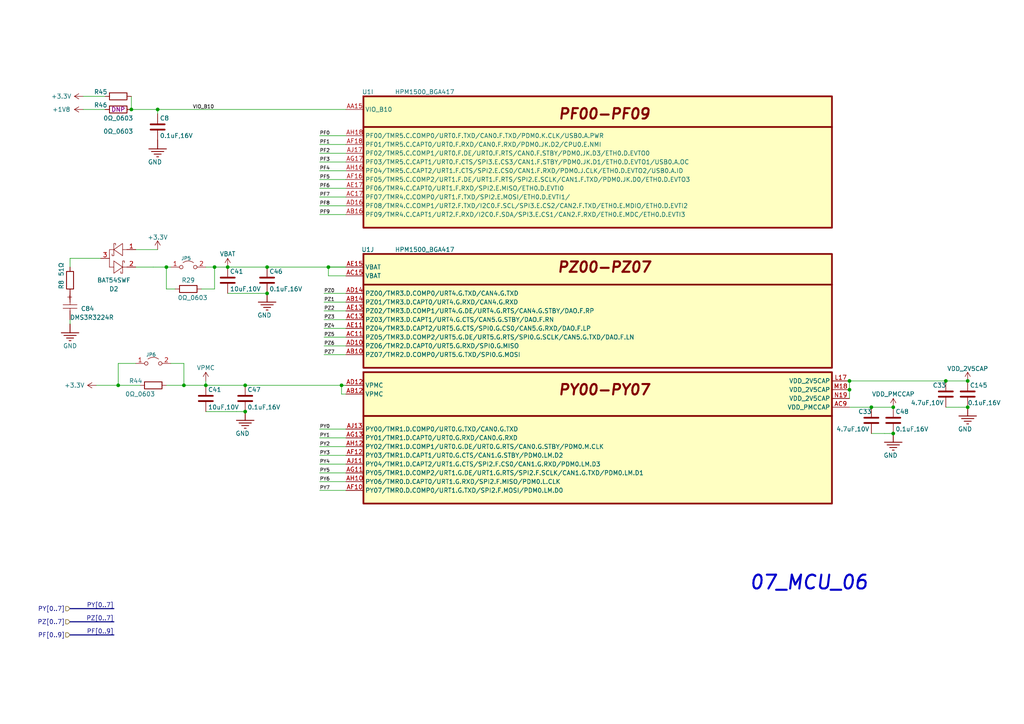
<source format=kicad_sch>
(kicad_sch (version 20230121) (generator eeschema)
  (paper "A4")
  (junction (at 246.38 113.03))
  (junction (at 53.34 111.76))
  (junction (at 99.06 111.76))
  (junction (at 62.23 77.47))
  (junction (at 259.08 118.11))
  (junction (at 71.12 119.38))
  (junction (at 45.72 31.75))
  (junction (at 34.29 111.76))
  (junction (at 280.67 118.11))
  (junction (at 66.04 77.47))
  (junction (at 259.08 125.73))
  (junction (at 77.47 77.47))
  (junction (at 48.26 77.47))
  (junction (at 252.73 118.11))
  (junction (at 59.69 111.76))
  (junction (at 71.12 111.76))
  (junction (at 246.38 110.49))
  (junction (at 38.1 31.75))
  (junction (at 95.25 77.47))
  (junction (at 274.32 110.49))
  (junction (at 280.67 110.49))
  (junction (at 77.47 85.09))
  (wire (pts (xy 45.72 31.75) (xy 45.72 33.02)))
  (wire (pts (xy 93.98 87.63) (xy 100.33 87.63)))
  (wire (pts (xy 92.71 57.15) (xy 100.33 57.15)) (stroke (width 0.15)))
  (wire (pts (xy 252.73 118.11) (xy 259.08 118.11)) (stroke (width 0.15)))
  (wire (pts (xy 92.71 134.62) (xy 100.33 134.62)))
  (bus (pts (xy 20.32 180.34) (xy 33.02 180.34)))
  (wire (pts (xy 34.29 111.76) (xy 40.64 111.76)) (stroke (width 0.15)))
  (wire (pts (xy 93.98 85.09) (xy 100.33 85.09)))
  (wire (pts (xy 53.34 105.41) (xy 53.34 111.76)) (stroke (width 0.15)))
  (wire (pts (xy 24.13 27.94) (xy 30.48 27.94)) (stroke (width 0.15)))
  (bus (pts (xy 20.32 176.53) (xy 33.02 176.53)))
  (wire (pts (xy 62.23 77.47) (xy 66.04 77.47)) (stroke (width 0.15)))
  (wire (pts (xy 95.25 77.47) (xy 95.25 80.01)) (stroke (width 0.15)))
  (wire (pts (xy 39.37 105.41) (xy 34.29 105.41)) (stroke (width 0.15)))
  (wire (pts (xy 99.06 111.76) (xy 100.33 111.76)) (stroke (width 0.15)))
  (wire (pts (xy 48.26 77.47) (xy 48.26 83.82)))
  (wire (pts (xy 20.32 74.93) (xy 29.21 74.93)))
  (wire (pts (xy 39.37 77.47) (xy 44.45 77.47)))
  (wire (pts (xy 92.71 46.99) (xy 100.33 46.99)) (stroke (width 0.15)))
  (wire (pts (xy 274.32 110.49) (xy 280.67 110.49)) (stroke (width 0.15)))
  (wire (pts (xy 92.71 39.37) (xy 100.33 39.37)))
  (wire (pts (xy 71.12 119.38) (xy 68.58 119.38)))
  (wire (pts (xy 20.32 92.71) (xy 20.32 93.98)) (stroke (width 0.15)))
  (wire (pts (xy 99.06 114.3) (xy 100.33 114.3)) (stroke (width 0.15)))
  (wire (pts (xy 92.71 129.54) (xy 100.33 129.54)) (stroke (width 0.15)))
  (wire (pts (xy 59.69 110.49) (xy 59.69 111.76)) (stroke (width 0.15)))
  (wire (pts (xy 92.71 142.24) (xy 100.33 142.24)) (stroke (width 0.15)))
  (wire (pts (xy 49.53 105.41) (xy 53.34 105.41)) (stroke (width 0.15)))
  (wire (pts (xy 246.38 118.11) (xy 252.73 118.11)) (stroke (width 0.15)))
  (wire (pts (xy 280.67 118.11) (xy 278.13 118.11)))
  (wire (pts (xy 95.25 77.47) (xy 100.33 77.47)) (stroke (width 0.15)))
  (wire (pts (xy 93.98 95.25) (xy 100.33 95.25)))
  (wire (pts (xy 246.38 110.49) (xy 246.38 113.03)) (stroke (width 0.15)))
  (wire (pts (xy 92.71 62.23) (xy 100.33 62.23)))
  (wire (pts (xy 77.47 85.09) (xy 74.93 85.09)))
  (wire (pts (xy 34.29 105.41) (xy 34.29 111.76)) (stroke (width 0.15)))
  (bus (pts (xy 20.32 184.15) (xy 33.02 184.15)))
  (wire (pts (xy 92.71 41.91) (xy 100.33 41.91)))
  (wire (pts (xy 93.98 102.87) (xy 100.33 102.87)) (stroke (width 0.15)))
  (wire (pts (xy 59.69 119.38) (xy 68.58 119.38)) (stroke (width 0.15)))
  (wire (pts (xy 92.71 49.53) (xy 100.33 49.53)))
  (wire (pts (xy 92.71 54.61) (xy 100.33 54.61)) (stroke (width 0.15)))
  (wire (pts (xy 66.04 77.47) (xy 77.47 77.47)))
  (wire (pts (xy 62.23 83.82) (xy 58.42 83.82)))
  (wire (pts (xy 62.23 77.47) (xy 62.23 83.82)))
  (wire (pts (xy 95.25 77.47) (xy 100.33 77.47)))
  (wire (pts (xy 92.71 44.45) (xy 100.33 44.45)) (stroke (width 0.15)))
  (wire (pts (xy 93.98 90.17) (xy 100.33 90.17)) (stroke (width 0.15)))
  (wire (pts (xy 246.38 110.49) (xy 274.32 110.49)) (stroke (width 0.15)))
  (wire (pts (xy 38.1 31.75) (xy 45.72 31.75)) (stroke (width 0.15)))
  (wire (pts (xy 24.13 31.75) (xy 30.48 31.75)) (stroke (width 0.15)))
  (wire (pts (xy 95.25 80.01) (xy 100.33 80.01)) (stroke (width 0.15)))
  (wire (pts (xy 99.06 111.76) (xy 100.33 111.76)))
  (wire (pts (xy 92.71 59.69) (xy 100.33 59.69)))
  (wire (pts (xy 53.34 111.76) (xy 59.69 111.76)) (stroke (width 0.15)))
  (wire (pts (xy 44.45 77.47) (xy 48.26 77.47)) (stroke (width 0.15)))
  (wire (pts (xy 93.98 100.33) (xy 100.33 100.33)) (stroke (width 0.15)))
  (wire (pts (xy 48.26 83.82) (xy 50.8 83.82)))
  (wire (pts (xy 92.71 124.46) (xy 100.33 124.46)))
  (wire (pts (xy 38.1 27.94) (xy 38.1 31.75)) (stroke (width 0.15)))
  (wire (pts (xy 99.06 111.76) (xy 99.06 114.3)) (stroke (width 0.15)))
  (wire (pts (xy 92.71 132.08) (xy 100.33 132.08)) (stroke (width 0.15)))
  (wire (pts (xy 20.32 74.93) (xy 20.32 77.47)))
  (wire (pts (xy 66.04 85.09) (xy 74.93 85.09)) (stroke (width 0.15)))
  (wire (pts (xy 92.71 139.7) (xy 100.33 139.7)) (stroke (width 0.15)))
  (wire (pts (xy 48.26 111.76) (xy 53.34 111.76)) (stroke (width 0.15)))
  (wire (pts (xy 27.94 111.76) (xy 34.29 111.76)) (stroke (width 0.15)))
  (wire (pts (xy 45.72 31.75) (xy 100.33 31.75)) (stroke (width 0.15)))
  (wire (pts (xy 39.37 72.39) (xy 45.72 72.39)))
  (wire (pts (xy 246.38 113.03) (xy 246.38 115.57)) (stroke (width 0.15)))
  (wire (pts (xy 77.47 77.47) (xy 95.25 77.47)))
  (wire (pts (xy 252.73 125.73) (xy 256.54 125.73)) (stroke (width 0.15)))
  (wire (pts (xy 93.98 97.79) (xy 100.33 97.79)))
  (wire (pts (xy 92.71 137.16) (xy 100.33 137.16)))
  (wire (pts (xy 274.32 118.11) (xy 278.13 118.11)) (stroke (width 0.15)))
  (wire (pts (xy 71.12 111.76) (xy 99.06 111.76)) (stroke (width 0.15)))
  (wire (pts (xy 59.69 111.76) (xy 71.12 111.76)) (stroke (width 0.15)))
  (wire (pts (xy 92.71 52.07) (xy 100.33 52.07)))
  (wire (pts (xy 92.71 127) (xy 100.33 127)))
  (wire (pts (xy 48.26 77.47) (xy 49.53 77.47)) (stroke (width 0.15)))
  (wire (pts (xy 259.08 125.73) (xy 256.54 125.73)))
  (wire (pts (xy 93.98 92.71) (xy 100.33 92.71)) (stroke (width 0.15)))
  (wire (pts (xy 59.69 77.47) (xy 62.23 77.47)) (stroke (width 0.15)))
  (text "07_MCU_06" (at 217.17 171.45 0) (effects (font (size 4 4) (thickness 0.6) bold italic) (justify left bottom)))
  (label "PZ5" (at 93.98 97.79 0) (effects (font (size 1 1))) (property "Intersheetrefs" "${INTERSHEET_REFS}" (effects hide)))
  (label "PY4" (at 92.71 134.62 0) (effects (font (size 1 1))) (property "Intersheetrefs" "${INTERSHEET_REFS}" (effects hide)))
  (label "PY6" (at 92.71 139.7 0) (effects (font (size 1 1))) (property "Intersheetrefs" "${INTERSHEET_REFS}" (effects hide)))
  (label "PF6" (at 92.71 54.61 0) (effects (font (size 1 1))) (property "Intersheetrefs" "${INTERSHEET_REFS}" (effects hide)))
  (label "PY5" (at 92.71 137.16 0) (effects (font (size 1 1))) (property "Intersheetrefs" "${INTERSHEET_REFS}" (effects hide)))
  (label "PZ7" (at 93.98 102.87 0) (effects (font (size 1 1))) (property "Intersheetrefs" "${INTERSHEET_REFS}" (effects hide)))
  (label "PF[0..9]" (at 33.02 184.15 180))
  (label "PY3" (at 92.71 132.08 0) (effects (font (size 1 1))) (property "Intersheetrefs" "${INTERSHEET_REFS}" (effects hide)))
  (label "PY[0..7]" (at 33.02 176.53 180))
  (label "PZ0" (at 93.98 85.09 0) (effects (font (size 1 1))) (property "Intersheetrefs" "${INTERSHEET_REFS}" (effects hide)))
  (label "PZ6" (at 93.98 100.33 0) (effects (font (size 1 1))) (property "Intersheetrefs" "${INTERSHEET_REFS}" (effects hide)))
  (label "PZ1" (at 93.98 87.63 0) (effects (font (size 1 1))) (property "Intersheetrefs" "${INTERSHEET_REFS}" (effects hide)))
  (label "PY1" (at 92.71 127 0) (effects (font (size 1 1))) (property "Intersheetrefs" "${INTERSHEET_REFS}" (effects hide)))
  (label "VIO_B10" (at 55.88 31.75 0) (effects (font (size 1 1))))
  (label "PY7" (at 92.71 142.24 0) (effects (font (size 1 1))) (property "Intersheetrefs" "${INTERSHEET_REFS}" (effects hide)))
  (label "PF8" (at 92.71 59.69 0) (effects (font (size 1 1))) (property "Intersheetrefs" "${INTERSHEET_REFS}" (effects hide)))
  (label "PY2" (at 92.71 129.54 0) (effects (font (size 1 1))) (property "Intersheetrefs" "${INTERSHEET_REFS}" (effects hide)))
  (label "PF7" (at 92.71 57.15 0) (effects (font (size 1 1))) (property "Intersheetrefs" "${INTERSHEET_REFS}" (effects hide)))
  (label "PF0" (at 92.71 39.37 0) (effects (font (size 1 1))) (property "Intersheetrefs" "${INTERSHEET_REFS}" (effects hide)))
  (label "PY0" (at 92.71 124.46 0) (effects (font (size 1 1))) (property "Intersheetrefs" "${INTERSHEET_REFS}" (effects hide)))
  (label "PF1" (at 92.71 41.91 0) (effects (font (size 1 1))) (property "Intersheetrefs" "${INTERSHEET_REFS}" (effects hide)))
  (label "PF9" (at 92.71 62.23 0) (effects (font (size 1 1))) (property "Intersheetrefs" "${INTERSHEET_REFS}" (effects hide)))
  (label "PF4" (at 92.71 49.53 0) (effects (font (size 1 1))) (property "Intersheetrefs" "${INTERSHEET_REFS}" (effects hide)))
  (label "PZ4" (at 93.98 95.25 0) (effects (font (size 1 1))) (property "Intersheetrefs" "${INTERSHEET_REFS}" (effects hide)))
  (label "PZ3" (at 93.98 92.71 0) (effects (font (size 1 1))) (property "Intersheetrefs" "${INTERSHEET_REFS}" (effects hide)))
  (label "PF3" (at 92.71 46.99 0) (effects (font (size 1 1))) (property "Intersheetrefs" "${INTERSHEET_REFS}" (effects hide)))
  (label "PF2" (at 92.71 44.45 0) (effects (font (size 1 1))) (property "Intersheetrefs" "${INTERSHEET_REFS}" (effects hide)))
  (label "PZ[0..7]" (at 33.02 180.34 180))
  (label "PZ2" (at 93.98 90.17 0) (effects (font (size 1 1))) (property "Intersheetrefs" "${INTERSHEET_REFS}" (effects hide)))
  (label "PF5" (at 92.71 52.07 0) (effects (font (size 1 1))) (property "Intersheetrefs" "${INTERSHEET_REFS}" (effects hide)))
  (hierarchical_label "PZ[0..7]" (shape input) (at 20.32 180.34 180))
  (hierarchical_label "PY[0..7]" (shape input) (at 20.32 176.53 180))
  (hierarchical_label "PF[0..9]" (shape input) (at 20.32 184.15 180))
  (symbol (lib_id "02_HPM_Resistor:0Ω_0603") (at 44.45 111.76 0) (unit 1)
    (property "Reference" "R44" (at 39.37 110.49 0))
    (property "Value" "0Ω_0603" (at 40.64 114.3 0))
    (property "Footprint" "02_HPM_Resistor:R_0603_1608Metric" (effects hide))
    (property "Model" "0603WAF0000T5E" (effects hide))
    (property "Company" "UNI-ROYAL(厚声)" (effects hide))
  )
  (symbol (lib_id "03_HPM_Capacitance:0.1uF,16V") (at 259.08 121.92 0) (unit 1)
    (property "Reference" "C48" (at 259.715 119.38 0) (effects (justify left)))
    (property "Value" "0.1uF,16V" (at 259.715 124.46 0) (effects (justify left)))
    (property "Footprint" "03_HPM_Capacitance:C_0402" (effects hide))
    (property "Model" "CL05B104KO5NNNC" (effects hide))
    (property "Company" "SAMSUNG(三星)" (effects hide))
  )
  (symbol (lib_id "power:VPMC") (at 59.69 110.49 0) (unit 1)
    (property "Reference" "#PWR0199" (effects hide))
    (property "Value" "VPMC" (at 59.69 106.68 0))
  )
  (symbol (lib_id "power:+1V8") (at 24.13 31.75 90) (unit 1)
    (property "Reference" "#PWR0222" (effects hide))
    (property "Value" "+1V8" (at 17.78 31.75 90))
  )
  (symbol (lib_id "333-altium-import:GND") (at 280.67 118.11 0) (unit 1)
    (property "Reference" "#PWR017" (effects hide))
    (property "Value" "GND" (at 281.94 124.46 0) (effects (justify right)))
  )
  (symbol (lib_name "0.1uF,16V_2") (lib_id "03_HPM_Capacitance:0.1uF,16V") (at 77.47 81.28 0) (unit 1)
    (property "Reference" "C46" (at 78.105 78.74 0) (effects (justify left)))
    (property "Value" "0.1uF,16V" (at 78.105 83.82 0) (effects (justify left)))
    (property "Footprint" "03_HPM_Capacitance:C_0402" (effects hide))
    (property "Model" "CL05B104KO5NNNC" (effects hide))
    (property "Company" "SAMSUNG(三星)" (effects hide))
  )
  (symbol (lib_id "power:+3.3V") (at 27.94 111.76 90) (unit 1)
    (property "Reference" "#PWR0224" (effects hide))
    (property "Value" "+3.3V" (at 21.59 111.76 90))
  )
  (symbol (lib_id "electric-altium-import:GND") (at 20.32 93.98 0) (unit 1)
    (property "Reference" "#PWR0200" (effects hide))
    (property "Value" "GND" (at 20.32 100.33 0))
  )
  (symbol (lib_id "02_HPM_Resistor:51Ω") (at 20.32 81.28 90) (unit 1)
    (property "Reference" "R8" (at 17.78 82.55 0))
    (property "Value" "51Ω" (at 17.78 78.105 0))
    (property "Footprint" "02_HPM_Resistor:R_0402_1005Metric" (effects hide))
    (property "Model" " 0402WGF510JTCE" (effects hide))
    (property "Company" "UNI-ROYAL(厚声)" (effects hide))
  )
  (symbol (lib_id "power:VBAT") (at 66.04 77.47 0) (unit 1)
    (property "Reference" "#PWR0198" (effects hide))
    (property "Value" "VBAT" (at 66.04 73.66 0))
  )
  (symbol (lib_name "0.1uF,16V_3") (lib_id "03_HPM_Capacitance:0.1uF,16V") (at 71.12 115.57 0) (unit 1)
    (property "Reference" "C47" (at 71.755 113.03 0) (effects (justify left)))
    (property "Value" "0.1uF,16V" (at 71.755 118.11 0) (effects (justify left)))
    (property "Footprint" "03_HPM_Capacitance:C_0402" (effects hide))
    (property "Model" "CL05B104KO5NNNC" (effects hide))
    (property "Company" "SAMSUNG(三星)" (effects hide))
  )
  (symbol (lib_id "02_HPM_Resistor:0Ω_0603") (at 54.61 83.82 0) (unit 1)
    (property "Reference" "R29" (at 54.61 81.28 0))
    (property "Value" "0Ω_0603" (at 55.88 86.36 0))
    (property "Footprint" "02_HPM_Resistor:R_0603_1608Metric" (effects hide))
    (property "Model" "0603WAF0000T5E" (effects hide))
    (property "Company" "UNI-ROYAL(厚声)" (effects hide))
  )
  (symbol (lib_id "power:+3.3V") (at 24.13 27.94 90) (unit 1)
    (property "Reference" "#PWR0223" (effects hide))
    (property "Value" "+3.3V" (at 17.78 27.94 90))
  )
  (symbol (lib_id "07_HPM_L:DMS3R3224") (at 20.32 88.9 270) (unit 1)
    (property "Reference" "C84" (at 25.4 89.535 90))
    (property "Value" "DMS3R3224R" (at 26.67 92.075 90))
    (property "Footprint" "03_HPM_Capacitance:DMS3R3224" (effects hide))
    (property "Model" "DMS3R3224R" (effects hide))
    (property "Company" "KORCHIP(高奇普)" (effects hide))
  )
  (symbol (lib_name "10uF,10V_1") (lib_id "03_HPM_Capacitance:10uF,10V") (at 66.04 81.28 0) (unit 1)
    (property "Reference" "C41" (at 66.675 78.74 0) (effects (justify left)))
    (property "Value" "10uF,10V" (at 66.675 83.82 0) (effects (justify left)))
    (property "Footprint" "03_HPM_Capacitance:C_0402" (effects hide))
    (property "Model" "CL05A106MP5NUNC" (effects hide))
    (property "Company" " SAMSUNG(三星)" (effects hide))
    (instances (project "HPM1500_DDR3_CORE_RevB" (path "" (reference "C41") (unit 1)) (path "" (reference "C39") (unit 1))))
  )
  (symbol (lib_name "10uF,10V_1") (lib_id "03_HPM_Capacitance:10uF,10V") (at 59.69 115.57 0) (unit 1)
    (property "Reference" "C41" (at 60.325 113.03 0) (effects (justify left)))
    (property "Value" "10uF,10V" (at 60.325 118.11 0) (effects (justify left)))
    (property "Footprint" "03_HPM_Capacitance:C_0402" (effects hide))
    (property "Model" "CL05A106MP5NUNC" (effects hide))
    (property "Company" " SAMSUNG(三星)" (effects hide))
    (instances (project "HPM1500_DDR3_CORE_RevB" (path "" (reference "C41") (unit 1)) (path "" (reference "C40") (unit 1))))
  )
  (symbol (lib_id "333-altium-import:GND") (at 259.08 125.73 0) (unit 1)
    (property "Reference" "#PWR016" (effects hide))
    (property "Value" "GND" (at 260.35 132.08 0) (effects (justify right)))
  )
  (symbol (lib_id "power:VDD_PMCCAP") (at 259.08 118.11 0) (unit 1)
    (property "Reference" "#PWR0225" (effects hide))
    (property "Value" "VDD_PMCCAP" (at 259.08 114.3 0))
  )
  (symbol (lib_name "4.7uF,10V_1") (lib_id "03_HPM_Capacitance:4.7uF,10V") (at 252.73 121.92 0) (unit 1)
    (property "Reference" "C33" (at 248.92 119.38 0) (effects (justify left)))
    (property "Value" "4.7uF,10V" (at 242.57 124.46 0) (effects (justify left)))
    (property "Footprint" "03_HPM_Capacitance:C_0402" (effects hide))
    (property "Model" " CL05A475MP5NRNC" (effects hide))
    (property "Company" " SAMSUNG(三星)" (effects hide))
    (instances (project "HPM1500_DDR3_CORE_RevB" (path "" (reference "C33") (unit 1)) (path "" (reference "C45") (unit 1))))
  )
  (symbol (lib_id "00_HPM6800_Library:HPM6880IBD1") (at 241.3 27.94 0) (unit 9)
    (property "Reference" "U1" (at 106.68 26.67 0))
    (property "Value" "HPM1500_BGA417" (at 123.19 26.67 0))
    (property "Footprint" "00_HPM_Library:BGA_417" (effects hide))
    (property "Model" "此处不用焊接，不要加焊锡，不要收焊接费，，我们是socket" (effects hide))
    (property "Company" "HPM." (effects hide))
  )
  (symbol (lib_name "4.7uF,10V_1") (lib_id "03_HPM_Capacitance:4.7uF,10V") (at 274.32 114.3 0) (unit 1)
    (property "Reference" "C33" (at 270.51 111.76 0) (effects (justify left)))
    (property "Value" "4.7uF,10V" (at 264.16 116.84 0) (effects (justify left)))
    (property "Footprint" "03_HPM_Capacitance:C_0402" (effects hide))
    (property "Model" " CL05A475MP5NRNC" (effects hide))
    (property "Company" " SAMSUNG(三星)" (effects hide))
    (instances (project "HPM1500_DDR3_CORE_RevB" (path "" (reference "C33") (unit 1)) (path "" (reference "C94") (unit 1))))
  )
  (symbol (lib_id "power:VDD_2V5CAP") (at 280.67 110.49 0) (unit 1)
    (property "Reference" "#PWR0227" (effects hide))
    (property "Value" "VDD_2V5CAP" (at 280.67 106.934 0))
  )
  (symbol (lib_name "0.1uF,16V_1") (lib_id "03_HPM_Capacitance:0.1uF,16V") (at 45.72 36.83 0) (unit 1)
    (property "Reference" "C8" (at 46.355 34.29 0) (effects (justify left)))
    (property "Value" "0.1uF,16V" (at 46.355 39.37 0) (effects (justify left)))
    (property "Footprint" "03_HPM_Capacitance:C_0402" (effects hide))
    (property "Model" "CL05B104KO5NNNC" (effects hide))
    (property "Company" "SAMSUNG(三星)" (effects hide))
  )
  (symbol (lib_id "05_HPM_Conn:Jumper_2") (at 54.61 77.47 0) (unit 1)
    (property "Reference" "JP5" (at 53.975 74.93 0) (effects (font (size 1 1))))
    (property "Value" "Jumper_2" (effects hide))
    (property "Footprint" "Connector_PinHeader_2.54mm:PinHeader_1x02_P2.54mm_Vertical" (effects hide))
  )
  (symbol (lib_id "333-altium-import:GND") (at 71.12 119.38 0) (unit 1)
    (property "Reference" "#PWR015" (effects hide))
    (property "Value" "GND" (at 72.39 125.73 0) (effects (justify right)))
  )
  (symbol (lib_id "05_HPM_Conn:Jumper_2") (at 44.45 105.41 0) (unit 1)
    (property "Reference" "JP6" (at 43.815 102.87 0) (effects (font (size 1 1))))
    (property "Value" "Jumper_2" (effects hide))
    (property "Footprint" "Connector_PinHeader_2.54mm:PinHeader_1x02_P2.54mm_Vertical" (effects hide))
  )
  (symbol (lib_id "02_HPM_Resistor:0Ω_0603") (at 34.29 31.75 0) (unit 1)
    (property "Reference" "R46" (at 29.21 30.48 0))
    (property "Value" "0Ω_0603" (at 34.29 38.1 0))
    (property "Footprint" "02_HPM_Resistor:R_0603" (effects hide))
    (property "Model" "0603WAF0000T5E" (effects hide))
    (property "Company" "UNI-ROYAL(厚声)" (effects hide))
    (property "ASSY_OPT" "DNP" (at 34.29 31.75 0))
  )
  (symbol (lib_id "00_HPM6800_Library:HPM6880IBD1") (at 241.3 73.66 0) (unit 10)
    (property "Reference" "U1" (at 106.68 72.39 0))
    (property "Value" "HPM1500_BGA417" (at 123.19 72.39 0))
    (property "Footprint" "00_HPM_Library:BGA_417" (effects hide))
    (property "Model" "此处不用焊接，不要加焊锡，不要收焊接费，，我们是socket" (effects hide))
    (property "Company" "HPM." (effects hide))
  )
  (symbol (lib_id "333-altium-import:GND") (at 45.72 40.64 0) (unit 1)
    (property "Reference" "#PWR014" (effects hide))
    (property "Value" "GND" (at 46.99 46.99 0) (effects (justify right)))
  )
  (symbol (lib_id "333-altium-import:GND") (at 77.47 85.09 0) (unit 1)
    (property "Reference" "#PWR0135" (effects hide))
    (property "Value" "GND" (at 78.74 91.44 0) (effects (justify right)))
  )
  (symbol (lib_id "power:+3.3V") (at 45.72 72.39 0) (unit 1)
    (property "Reference" "#PWR0201" (effects hide))
    (property "Value" "+3.3V" (at 45.72 68.834 0))
  )
  (symbol (lib_id "02_HPM_Resistor:0Ω_0603") (at 34.29 27.94 0) (unit 1)
    (property "Reference" "R45" (at 29.21 26.67 0))
    (property "Value" "0Ω_0603" (at 34.29 34.29 0))
    (property "Footprint" "02_HPM_Resistor:R_0603_1608Metric" (effects hide))
    (property "Model" "0603WAF0000T5E" (effects hide))
    (property "Company" "UNI-ROYAL(厚声)" (effects hide))
  )
  (symbol (lib_id "03_HPM_Capacitance:0.1uF,16V") (at 280.67 114.3 0) (unit 1)
    (property "Reference" "C145" (at 281.305 111.76 0) (effects (justify left)))
    (property "Value" "0.1uF,16V" (at 280.67 116.84 0) (effects (justify left)))
    (property "Footprint" "03_HPM_Capacitance:C_0402" (effects hide))
    (property "Model" "CL05B104KO5NNNC" (effects hide))
    (property "Company" "SAMSUNG(三星)" (effects hide))
  )
  (symbol (lib_id "04_HPM_Diode:BAT54SWF") (at 34.29 74.93 90) (mirror x) (unit 1)
    (property "Reference" "D2" (at 33.02 83.82 90))
    (property "Value" "BAT54SWF" (at 33.02 81.28 90))
    (property "Footprint" "04_HPM_Diode:SC-70" (effects hide))
    (property "Model" "BAT54SWF" (effects hide))
    (property "Company" " Nexperia(安世)" (effects hide))
  )
)
</source>
